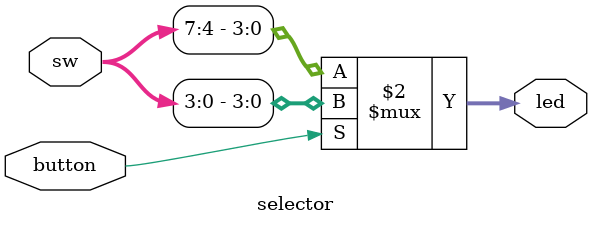
<source format=v>
module selector(sw, led, button);
	input [7:0] sw;
	output [3:0] led;
	input button;
	assign led= (button==1'b1) ? sw[3:0] : sw[7:4];
endmodule	
</source>
